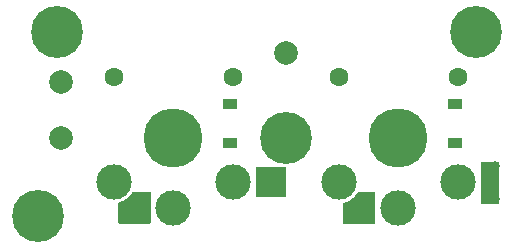
<source format=gts>
G04 #@! TF.GenerationSoftware,KiCad,Pcbnew,8.0.5*
G04 #@! TF.CreationDate,2024-09-18T07:36:17+09:00*
G04 #@! TF.ProjectId,SandyLP_Middle_Isolated_Area,53616e64-794c-4505-9f4d-6964646c655f,v.0*
G04 #@! TF.SameCoordinates,Original*
G04 #@! TF.FileFunction,Soldermask,Top*
G04 #@! TF.FilePolarity,Negative*
%FSLAX46Y46*%
G04 Gerber Fmt 4.6, Leading zero omitted, Abs format (unit mm)*
G04 Created by KiCad (PCBNEW 8.0.5) date 2024-09-18 07:36:17*
%MOMM*%
%LPD*%
G01*
G04 APERTURE LIST*
G04 Aperture macros list*
%AMFreePoly0*
4,1,18,1.817426,0.954926,1.835000,0.912500,1.835000,-0.812500,1.817426,-0.854926,1.793974,-0.869421,1.352962,-1.016424,0.894077,-1.354550,0.649923,-1.720782,0.611767,-1.746335,0.600000,-1.747500,-0.825000,-1.747500,-0.867426,-1.729926,-0.885000,-1.687500,-0.885000,0.912500,-0.867426,0.954926,-0.825000,0.972500,1.775000,0.972500,1.817426,0.954926,1.817426,0.954926,$1*%
%AMFreePoly1*
4,1,18,1.804926,0.992426,1.822500,0.950000,1.822500,-0.780000,1.804926,-0.822426,1.781286,-0.836983,1.335531,-0.983935,0.881507,-1.322037,0.637215,-1.683591,0.598901,-1.708907,0.587500,-1.710000,-0.837500,-1.710000,-0.879926,-1.692426,-0.897500,-1.650000,-0.897500,0.950000,-0.879926,0.992426,-0.837500,1.010000,1.762500,1.010000,1.804926,0.992426,1.804926,0.992426,$1*%
G04 Aperture macros list end*
%ADD10R,1.200000X0.900000*%
%ADD11C,3.000000*%
%ADD12C,5.000000*%
%ADD13C,1.600000*%
%ADD14C,4.400000*%
%ADD15C,2.000000*%
%ADD16FreePoly0,180.000000*%
%ADD17C,0.800000*%
%ADD18R,1.625000X3.600000*%
%ADD19FreePoly1,180.000000*%
%ADD20R,2.600000X2.600000*%
G04 APERTURE END LIST*
D10*
X44870935Y-46784655D03*
X44870935Y-50084655D03*
X63920935Y-46784655D03*
X63920935Y-50084655D03*
D11*
X35108435Y-53375280D03*
D12*
X40108435Y-49625280D03*
D11*
X40108435Y-55575280D03*
D13*
X45108435Y-44475280D03*
D11*
X54158435Y-53375280D03*
D12*
X59158435Y-49625280D03*
D11*
X59158435Y-55575280D03*
D13*
X64158435Y-44475280D03*
D14*
X49633435Y-49625280D03*
D15*
X49633435Y-42481530D03*
D11*
X64158435Y-53375280D03*
D13*
X54158435Y-44475280D03*
D16*
X56358435Y-55962780D03*
D17*
X67358435Y-54825280D03*
X67358435Y-52025280D03*
D18*
X66945935Y-53425280D03*
D14*
X28658435Y-56250280D03*
X65758435Y-40650280D03*
X30258435Y-40650280D03*
D15*
X30583435Y-44862780D03*
D11*
X45108435Y-53375280D03*
D13*
X35108435Y-44475280D03*
D19*
X37295935Y-55925280D03*
D20*
X48383435Y-53375280D03*
D15*
X30583435Y-49625280D03*
M02*

</source>
